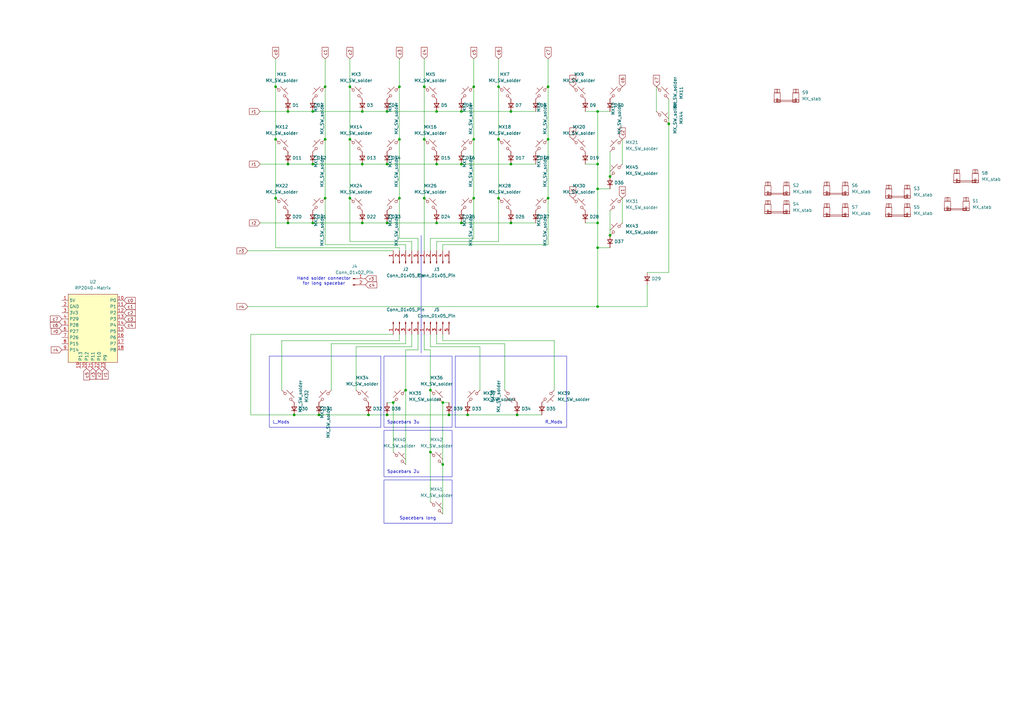
<source format=kicad_sch>
(kicad_sch (version 20231120) (generator "eeschema") (generator_version "8.0")
  (paper "A3")
  (lib_symbols
    (symbol "Connector:Conn_01x02_Pin" (pin_names (offset 1.016) hide)
      (property "Reference" "J" (at 0 2.54 0))
      (property "Value" "Conn_01x02_Pin" (at 0 -5.08 0))
      (symbol "Conn_01x02_Pin_1_1"
        (polyline (pts (xy 1.27 -2.54) (xy 0.8636 -2.54)) (stroke (width 0.1524)))
        (polyline (pts (xy 1.27 0) (xy 0.8636 0)) (stroke (width 0.1524)))
        (rectangle (start 0.8636 -2.413) (end 0 -2.667) (stroke (width 0.1524)) (fill (type outline)))
        (rectangle (start 0.8636 0.127) (end 0 -0.127) (stroke (width 0.1524)) (fill (type outline)))
        (pin passive line (at 5.08 0 180) (length 3.81) (name "Pin_1") (number "1"))
        (pin passive line (at 5.08 -2.54 180) (length 3.81) (name "Pin_2") (number "2"))
      )
    )
    (symbol "Connector:Conn_01x05_Pin" (pin_names (offset 1.016) hide)
      (property "Reference" "J" (at 0 7.62 0))
      (property "Value" "Conn_01x05_Pin" (at 0 -7.62 0))
      (symbol "Conn_01x05_Pin_1_1"
        (polyline (pts (xy 1.27 -5.08) (xy 0.8636 -5.08)) (stroke (width 0.1524)))
        (polyline (pts (xy 1.27 -2.54) (xy 0.8636 -2.54)) (stroke (width 0.1524)))
        (polyline (pts (xy 1.27 0) (xy 0.8636 0)) (stroke (width 0.1524)))
        (polyline (pts (xy 1.27 2.54) (xy 0.8636 2.54)) (stroke (width 0.1524)))
        (polyline (pts (xy 1.27 5.08) (xy 0.8636 5.08)) (stroke (width 0.1524)))
        (rectangle (start 0.8636 -4.953) (end 0 -5.207) (stroke (width 0.1524)) (fill (type outline)))
        (rectangle (start 0.8636 -2.413) (end 0 -2.667) (stroke (width 0.1524)) (fill (type outline)))
        (rectangle (start 0.8636 0.127) (end 0 -0.127) (stroke (width 0.1524)) (fill (type outline)))
        (rectangle (start 0.8636 2.667) (end 0 2.413) (stroke (width 0.1524)) (fill (type outline)))
        (rectangle (start 0.8636 5.207) (end 0 4.953) (stroke (width 0.1524)) (fill (type outline)))
        (pin passive line (at 5.08 5.08 180) (length 3.81) (name "Pin_1") (number "1"))
        (pin passive line (at 5.08 2.54 180) (length 3.81) (name "Pin_2") (number "2"))
        (pin passive line (at 5.08 0 180) (length 3.81) (name "Pin_3") (number "3"))
        (pin passive line (at 5.08 -2.54 180) (length 3.81) (name "Pin_4") (number "4"))
        (pin passive line (at 5.08 -5.08 180) (length 3.81) (name "Pin_5") (number "5"))
      )
    )
    (symbol "Device:D_Small" (pin_numbers hide) (pin_names (offset 0.254) hide)
      (property "Reference" "D" (at -1.27 2.032 0))
      (property "Value" "D_Small" (at -3.81 -2.032 0))
      (symbol "D_Small_0_1"
        (polyline (pts (xy -0.762 -1.016) (xy -0.762 1.016)) (stroke (width 0.254)))
        (polyline (pts (xy -0.762 0) (xy 0.762 0)))
        (polyline (pts (xy 0.762 -1.016) (xy -0.762 0) (xy 0.762 1.016) (xy 0.762 -1.016)) (stroke (width 0.254)))
      )
      (symbol "D_Small_1_1"
        (pin passive line (at -2.54 0 0) (length 1.778) (name "K") (number "1"))
        (pin passive line (at 2.54 0 180) (length 1.778) (name "A") (number "2"))
      )
    )
    (symbol "PCM_marbastlib-mx:MX_SW_solder" (pin_numbers hide) (pin_names (offset 1.016) hide)
      (property "Reference" "MX" (at 3.048 1.016 0))
      (property "Value" "MX_SW_solder" (at 0 -3.81 0))
      (symbol "MX_SW_solder_0_1"
        (circle (center -1.1684 1.1684) (radius 0.508))
        (polyline (pts (xy -0.508 2.54) (xy 2.54 -0.508)))
        (polyline (pts (xy 1.016 1.016) (xy 2.032 2.032)))
        (polyline (pts (xy -2.54 2.54) (xy -1.524 1.524) (xy -1.524 1.524)))
        (polyline (pts (xy 1.524 -1.524) (xy 2.54 -2.54) (xy 2.54 -2.54) (xy 2.54 -2.54)))
        (circle (center 1.143 -1.1938) (radius 0.508))
        (pin passive line (at -2.54 2.54 0) (length 0) (name "1") (number "1"))
        (pin passive line (at 2.54 -2.54 180) (length 0) (name "2") (number "2"))
      )
    )
    (symbol "PCM_marbastlib-mx:MX_stab" (pin_names (offset 1.016))
      (property "Reference" "S" (at -5.08 6.35 0))
      (property "Value" "MX_stab" (at -5.08 3.81 0))
      (symbol "MX_stab_0_1"
        (rectangle (start -5.08 -1.524) (end -2.54 -2.54))
        (rectangle (start -5.08 1.27) (end -2.54 -2.54))
        (rectangle (start -4.826 2.794) (end -2.794 1.27))
        (rectangle (start -4.064 -2.286) (end -3.556 -1.016))
        (rectangle (start -4.064 -1.778) (end 4.064 -2.286))
        (rectangle (start -4.064 1.27) (end -3.556 2.794))
        (rectangle (start 2.54 -1.524) (end 5.08 -2.54))
        (rectangle (start 2.54 1.27) (end 5.08 -2.54))
        (rectangle (start 2.794 2.794) (end 4.826 1.27))
        (rectangle (start 3.556 1.27) (end 4.064 2.794))
        (rectangle (start 4.064 -2.286) (end 3.556 -1.016))
      )
    )
    (symbol "PCM_marbastlib-promicroish:RP2040-Matrix" (in_bom no)
      (property "Reference" "U" (at 0 20.574 0))
      (property "Value" "RP2040-Matrix" (at 0 18.034 0))
      (symbol "RP2040-Matrix_0_0"
        (pin bidirectional line (at 12.7 13.97 180) (length 2.54) (name "P0") (number "10"))
        (pin bidirectional line (at 12.7 11.43 180) (length 2.54) (name "P1") (number "11"))
        (pin bidirectional line (at 12.7 8.89 180) (length 2.54) (name "P2") (number "12"))
        (pin power_out line (at 12.7 3.81 180) (length 2.54) (name "P4") (number "14"))
        (pin bidirectional line (at 12.7 1.27 180) (length 2.54) (name "P5") (number "15"))
        (pin bidirectional line (at 12.7 -3.81 180) (length 2.54) (name "P7") (number "17"))
        (pin bidirectional line (at 12.7 -6.35 180) (length 2.54) (name "P8") (number "18"))
        (pin bidirectional line (at -5.08 -13.97 90) (length 2.54) (name "P13") (number "19"))
        (pin bidirectional line (at -2.54 -13.97 90) (length 2.54) (name "P12") (number "20"))
        (pin bidirectional line (at 0 -13.97 90) (length 2.54) (name "P11") (number "21"))
        (pin bidirectional line (at 2.54 -13.97 90) (length 2.54) (name "P10") (number "22"))
        (pin bidirectional line (at 5.08 -13.97 90) (length 2.54) (name "P9") (number "23"))
        (pin bidirectional line (at -12.7 3.81 0) (length 2.54) (name "P28") (number "5"))
        (pin bidirectional line (at -12.7 1.27 0) (length 2.54) (name "P27") (number "6"))
        (pin bidirectional line (at -12.7 -1.27 0) (length 2.54) (name "P26") (number "7"))
        (pin bidirectional line (at -12.7 -3.81 0) (length 2.54) (name "P15") (number "8"))
      )
      (symbol "RP2040-Matrix_1_0"
        (pin power_out line (at -12.7 13.97 0) (length 2.54) (name "5V") (number "1"))
        (pin bidirectional line (at 12.7 6.35 180) (length 2.54) (name "P3") (number "13"))
        (pin power_out line (at 12.7 -1.27 180) (length 2.54) (name "P6") (number "16"))
        (pin power_out line (at -12.7 11.43 0) (length 2.54) (name "GND") (number "2"))
        (pin power_out line (at -12.7 8.89 0) (length 2.54) (name "3V3") (number "3"))
        (pin bidirectional line (at -12.7 6.35 0) (length 2.54) (name "P29") (number "4"))
        (pin bidirectional line (at -12.7 -6.35 0) (length 2.54) (name "P14") (number "9"))
      )
      (symbol "RP2040-Matrix_1_1"
        (rectangle (start -10.16 16.51) (end 10.16 -11.43) (fill (type background)))
      )
    )
  )
  (junction (at 189.23 91.44))
  (junction (at 209.55 45.72))
  (junction (at 128.27 91.44))
  (junction (at 163.83 81.28))
  (junction (at 224.79 57.15))
  (junction (at 245.11 77.47))
  (junction (at 245.11 67.31))
  (junction (at 143.51 81.28))
  (junction (at 191.77 170.18))
  (junction (at 245.11 91.44))
  (junction (at 204.47 35.56))
  (junction (at 245.11 125.73))
  (junction (at 148.59 45.72))
  (junction (at 158.75 91.44))
  (junction (at 113.03 81.28))
  (junction (at 161.29 165.1))
  (junction (at 163.83 57.15))
  (junction (at 128.27 45.72))
  (junction (at 113.03 57.15))
  (junction (at 179.07 91.44))
  (junction (at 181.61 165.1))
  (junction (at 212.09 170.18))
  (junction (at 194.31 35.56))
  (junction (at 184.15 170.18))
  (junction (at 128.27 67.31))
  (junction (at 274.32 50.8))
  (junction (at 166.37 160.02))
  (junction (at 176.53 160.02))
  (junction (at 209.55 67.31))
  (junction (at 179.07 45.72))
  (junction (at 245.11 101.6))
  (junction (at 143.51 57.15))
  (junction (at 148.59 91.44))
  (junction (at 245.11 45.72))
  (junction (at 163.83 35.56))
  (junction (at 158.75 67.31))
  (junction (at 118.11 91.44))
  (junction (at 181.61 190.5))
  (junction (at 209.55 91.44))
  (junction (at 250.19 96.52))
  (junction (at 158.75 45.72))
  (junction (at 133.35 35.56))
  (junction (at 118.11 67.31))
  (junction (at 133.35 57.15))
  (junction (at 194.31 57.15))
  (junction (at 130.81 170.18))
  (junction (at 189.23 67.31))
  (junction (at 179.07 67.31))
  (junction (at 176.53 185.42))
  (junction (at 250.19 72.39))
  (junction (at 224.79 81.28))
  (junction (at 224.79 35.56))
  (junction (at 143.51 35.56))
  (junction (at 118.11 45.72))
  (junction (at 148.59 67.31))
  (junction (at 204.47 81.28))
  (junction (at 120.65 170.18))
  (junction (at 173.99 57.15))
  (junction (at 189.23 45.72))
  (junction (at 151.13 170.18))
  (junction (at 173.99 81.28))
  (junction (at 133.35 81.28))
  (junction (at 204.47 57.15))
  (junction (at 173.99 35.56))
  (junction (at 194.31 81.28))
  (junction (at 158.75 170.18))
  (junction (at 113.03 35.56))
  (wire (pts (xy 148.59 45.72) (xy 158.75 45.72)))
  (wire (pts (xy 102.87 137.16) (xy 102.87 170.18)))
  (wire (pts (xy 135.89 140.97) (xy 166.37 140.97)))
  (wire (pts (xy 245.11 77.47) (xy 245.11 91.44)))
  (wire (pts (xy 163.83 81.28) (xy 163.83 97.79)))
  (wire (pts (xy 176.53 143.51) (xy 173.99 143.51)))
  (wire (pts (xy 250.19 62.23) (xy 250.19 72.39)))
  (wire (pts (xy 209.55 67.31) (xy 219.71 67.31)))
  (wire (pts (xy 173.99 35.56) (xy 173.99 57.15)))
  (wire (pts (xy 179.07 91.44) (xy 189.23 91.44)))
  (wire (pts (xy 163.83 35.56) (xy 163.83 57.15)))
  (wire (pts (xy 176.53 137.16) (xy 176.53 142.24)))
  (wire (pts (xy 106.68 67.31) (xy 118.11 67.31)))
  (wire (pts (xy 245.11 67.31) (xy 245.11 77.47)))
  (wire (pts (xy 163.83 137.16) (xy 163.83 139.7)))
  (wire (pts (xy 166.37 143.51) (xy 171.45 143.51)))
  (wire (pts (xy 196.85 142.24) (xy 196.85 160.02)))
  (wire (pts (xy 143.51 24.13) (xy 143.51 35.56)))
  (wire (pts (xy 181.61 190.5) (xy 181.61 210.82)))
  (wire (pts (xy 106.68 45.72) (xy 118.11 45.72)))
  (wire (pts (xy 179.07 45.72) (xy 189.23 45.72)))
  (wire (pts (xy 181.61 100.33) (xy 224.79 100.33)))
  (wire (pts (xy 194.31 57.15) (xy 194.31 81.28)))
  (wire (pts (xy 176.53 185.42) (xy 176.53 205.74)))
  (wire (pts (xy 158.75 45.72) (xy 179.07 45.72)))
  (wire (pts (xy 265.43 116.84) (xy 265.43 125.73)))
  (wire (pts (xy 148.59 67.31) (xy 158.75 67.31)))
  (wire (pts (xy 207.01 140.97) (xy 179.07 140.97)))
  (wire (pts (xy 113.03 57.15) (xy 113.03 81.28)))
  (wire (pts (xy 209.55 45.72) (xy 219.71 45.72)))
  (wire (pts (xy 224.79 24.13) (xy 224.79 35.56)))
  (wire (pts (xy 207.01 160.02) (xy 207.01 140.97)))
  (wire (pts (xy 128.27 67.31) (xy 148.59 67.31)))
  (wire (pts (xy 245.11 45.72) (xy 245.11 67.31)))
  (wire (pts (xy 163.83 97.79) (xy 171.45 97.79)))
  (wire (pts (xy 194.31 24.13) (xy 194.31 35.56)))
  (wire (pts (xy 181.61 139.7) (xy 227.33 139.7)))
  (wire (pts (xy 184.15 170.18) (xy 158.75 170.18)))
  (wire (pts (xy 274.32 40.64) (xy 274.32 50.8)))
  (wire (pts (xy 148.59 91.44) (xy 158.75 91.44)))
  (wire (pts (xy 101.6 102.87) (xy 161.29 102.87)))
  (wire (pts (xy 163.83 57.15) (xy 163.83 81.28)))
  (wire (pts (xy 133.35 35.56) (xy 133.35 57.15)))
  (wire (pts (xy 189.23 45.72) (xy 209.55 45.72)))
  (wire (pts (xy 168.91 142.24) (xy 146.05 142.24)))
  (wire (pts (xy 166.37 100.33) (xy 166.37 102.87)))
  (wire (pts (xy 227.33 139.7) (xy 227.33 160.02)))
  (wire (pts (xy 212.09 170.18) (xy 191.77 170.18)))
  (wire (pts (xy 179.07 67.31) (xy 189.23 67.31)))
  (wire (pts (xy 166.37 140.97) (xy 166.37 137.16)))
  (wire (pts (xy 194.31 81.28) (xy 194.31 97.79)))
  (wire (pts (xy 179.07 99.06) (xy 204.47 99.06)))
  (wire (pts (xy 245.11 125.73) (xy 101.6 125.73)))
  (wire (pts (xy 181.61 165.1) (xy 181.61 190.5)))
  (wire (pts (xy 118.11 91.44) (xy 128.27 91.44)))
  (wire (pts (xy 143.51 81.28) (xy 143.51 99.06)))
  (wire (pts (xy 189.23 91.44) (xy 209.55 91.44)))
  (wire (pts (xy 184.15 165.1) (xy 181.61 165.1)))
  (wire (pts (xy 265.43 111.76) (xy 274.32 111.76)))
  (wire (pts (xy 158.75 165.1) (xy 161.29 165.1)))
  (wire (pts (xy 176.53 142.24) (xy 196.85 142.24)))
  (wire (pts (xy 168.91 99.06) (xy 168.91 102.87)))
  (wire (pts (xy 189.23 67.31) (xy 209.55 67.31)))
  (wire (pts (xy 240.03 67.31) (xy 245.11 67.31)))
  (wire (pts (xy 146.05 142.24) (xy 146.05 160.02)))
  (wire (pts (xy 166.37 160.02) (xy 166.37 143.51)))
  (wire (pts (xy 151.13 170.18) (xy 130.81 170.18)))
  (wire (pts (xy 191.77 170.18) (xy 184.15 170.18)))
  (wire (pts (xy 245.11 91.44) (xy 245.11 101.6)))
  (wire (pts (xy 176.53 97.79) (xy 176.53 102.87)))
  (wire (pts (xy 265.43 125.73) (xy 245.11 125.73)))
  (wire (pts (xy 163.83 24.13) (xy 163.83 35.56)))
  (wire (pts (xy 181.61 102.87) (xy 181.61 100.33)))
  (wire (pts (xy 274.32 50.8) (xy 274.32 111.76)))
  (wire (pts (xy 250.19 86.36) (xy 250.19 96.52)))
  (wire (pts (xy 166.37 160.02) (xy 166.37 190.5)))
  (wire (pts (xy 250.19 45.72) (xy 245.11 45.72)))
  (wire (pts (xy 173.99 24.13) (xy 173.99 35.56)))
  (wire (pts (xy 143.51 57.15) (xy 143.51 81.28)))
  (wire (pts (xy 176.53 160.02) (xy 176.53 185.42)))
  (wire (pts (xy 269.24 35.56) (xy 269.24 45.72)))
  (wire (pts (xy 133.35 24.13) (xy 133.35 35.56)))
  (wire (pts (xy 173.99 57.15) (xy 173.99 81.28)))
  (wire (pts (xy 133.35 100.33) (xy 166.37 100.33)))
  (wire (pts (xy 250.19 101.6) (xy 245.11 101.6)))
  (wire (pts (xy 194.31 35.56) (xy 194.31 57.15)))
  (wire (pts (xy 118.11 45.72) (xy 128.27 45.72)))
  (wire (pts (xy 113.03 35.56) (xy 113.03 57.15)))
  (wire (pts (xy 209.55 91.44) (xy 219.71 91.44)))
  (wire (pts (xy 133.35 57.15) (xy 133.35 81.28)))
  (wire (pts (xy 135.89 160.02) (xy 135.89 140.97)))
  (wire (pts (xy 179.07 140.97) (xy 179.07 137.16)))
  (wire (pts (xy 250.19 77.47) (xy 245.11 77.47)))
  (wire (pts (xy 204.47 57.15) (xy 204.47 81.28)))
  (wire (pts (xy 161.29 165.1) (xy 161.29 185.42)))
  (wire (pts (xy 168.91 137.16) (xy 168.91 142.24)))
  (wire (pts (xy 163.83 101.6) (xy 163.83 102.87)))
  (wire (pts (xy 120.65 170.18) (xy 102.87 170.18)))
  (wire (pts (xy 255.27 57.15) (xy 255.27 67.31)))
  (wire (pts (xy 224.79 81.28) (xy 224.79 100.33)))
  (wire (pts (xy 158.75 67.31) (xy 179.07 67.31)))
  (wire (pts (xy 130.81 170.18) (xy 120.65 170.18)))
  (wire (pts (xy 240.03 45.72) (xy 245.11 45.72)))
  (wire (pts (xy 106.68 91.44) (xy 118.11 91.44)))
  (wire (pts (xy 179.07 102.87) (xy 179.07 99.06)))
  (wire (pts (xy 176.53 160.02) (xy 176.53 143.51)))
  (wire (pts (xy 224.79 57.15) (xy 224.79 81.28)))
  (wire (pts (xy 194.31 97.79) (xy 176.53 97.79)))
  (wire (pts (xy 224.79 35.56) (xy 224.79 57.15)))
  (wire (pts (xy 204.47 99.06) (xy 204.47 81.28)))
  (wire (pts (xy 158.75 91.44) (xy 179.07 91.44)))
  (wire (pts (xy 102.87 137.16) (xy 161.29 137.16)))
  (wire (pts (xy 222.25 170.18) (xy 212.09 170.18)))
  (wire (pts (xy 245.11 101.6) (xy 245.11 125.73)))
  (wire (pts (xy 171.45 97.79) (xy 171.45 102.87)))
  (wire (pts (xy 115.57 139.7) (xy 115.57 160.02)))
  (wire (pts (xy 171.45 143.51) (xy 171.45 137.16)))
  (wire (pts (xy 128.27 45.72) (xy 148.59 45.72)))
  (wire (pts (xy 143.51 99.06) (xy 168.91 99.06)))
  (wire (pts (xy 143.51 35.56) (xy 143.51 57.15)))
  (wire (pts (xy 128.27 91.44) (xy 148.59 91.44)))
  (wire (pts (xy 204.47 35.56) (xy 204.47 57.15)))
  (wire (pts (xy 158.75 170.18) (xy 151.13 170.18)))
  (wire (pts (xy 113.03 101.6) (xy 163.83 101.6)))
  (wire (pts (xy 204.47 24.13) (xy 204.47 35.56)))
  (wire (pts (xy 255.27 81.28) (xy 255.27 91.44)))
  (wire (pts (xy 113.03 81.28) (xy 113.03 101.6)))
  (wire (pts (xy 163.83 139.7) (xy 115.57 139.7)))
  (wire (pts (xy 173.99 143.51) (xy 173.99 137.16)))
  (wire (pts (xy 118.11 67.31) (xy 128.27 67.31)))
  (wire (pts (xy 173.99 81.28) (xy 173.99 102.87)))
  (wire (pts (xy 133.35 81.28) (xy 133.35 100.33)))
  (wire (pts (xy 113.03 24.13) (xy 113.03 35.56)))
  (polyline (pts (xy 172.72 96.52) (xy 172.72 144.78)))
  (wire (pts (xy 181.61 137.16) (xy 181.61 139.7)))
  (wire (pts (xy 240.03 91.44) (xy 245.11 91.44)))
  (rectangle (start 157.48 146.05) (end 185.42 175.26))
  (rectangle (start 157.48 176.53) (end 185.42 195.58))
  (rectangle (start 157.48 196.85) (end 185.42 214.63))
  (rectangle (start 186.69 146.05) (end 232.41 175.26))
  (rectangle (start 110.49 146.05) (end 156.21 175.26))
  (text "Hand solder connector\nfor long spacebar\n" (at 132.842 115.316 0) (effects (font (size 1.27 1.27))))
  (text "L_Mods" (at 111.76 173.99 0) (effects (font (size 1.27 1.27)) (justify left bottom)))
  (text "R_Mods" (at 223.52 173.99 0) (effects (font (size 1.27 1.27)) (justify left bottom)))
  (text "Spacebars 2u" (at 158.75 194.31 0) (effects (font (size 1.27 1.27)) (justify left bottom)))
  (text "Spacebars 3u" (at 158.75 173.99 0) (effects (font (size 1.27 1.27)) (justify left bottom)))
  (text "Spacebars long" (at 163.83 213.36 0) (effects (font (size 1.27 1.27)) (justify left bottom)))
  (global_label "c3" (shape input) (at 50.8 130.81 0) (property "Intersheetrefs" "${INTERSHEET_REFS}" (effects (hide yes))))
  (global_label "c7" (shape input) (at 25.4 130.81 180) (property "Intersheetrefs" "${INTERSHEET_REFS}" (effects (hide yes))))
  (global_label "c6" (shape input) (at 204.47 24.13 90) (property "Intersheetrefs" "${INTERSHEET_REFS}" (effects (hide yes))))
  (global_label "c1" (shape input) (at 50.8 125.73 0) (property "Intersheetrefs" "${INTERSHEET_REFS}" (effects (hide yes))))
  (global_label "c4" (shape input) (at 50.8 133.35 0) (property "Intersheetrefs" "${INTERSHEET_REFS}" (effects (hide yes))))
  (global_label "r3" (shape input) (at 38.1 151.13 270) (property "Intersheetrefs" "${INTERSHEET_REFS}" (effects (hide yes))))
  (global_label "c2" (shape input) (at 143.51 24.13 90) (property "Intersheetrefs" "${INTERSHEET_REFS}" (effects (hide yes))))
  (global_label "c7" (shape input) (at 224.79 24.13 90) (property "Intersheetrefs" "${INTERSHEET_REFS}" (effects (hide yes))))
  (global_label "r2" (shape input) (at 106.68 91.44 180) (property "Intersheetrefs" "${INTERSHEET_REFS}" (effects (hide yes))))
  (global_label "r2" (shape input) (at 40.64 151.13 270) (property "Intersheetrefs" "${INTERSHEET_REFS}" (effects (hide yes))))
  (global_label "c5" (shape input) (at 194.31 24.13 90) (property "Intersheetrefs" "${INTERSHEET_REFS}" (effects (hide yes))))
  (global_label "c1" (shape input) (at 133.35 24.13 90) (property "Intersheetrefs" "${INTERSHEET_REFS}" (effects (hide yes))))
  (global_label "r1" (shape input) (at 43.18 151.13 270) (property "Intersheetrefs" "${INTERSHEET_REFS}" (effects (hide yes))))
  (global_label "c3" (shape input) (at 163.83 24.13 90) (property "Intersheetrefs" "${INTERSHEET_REFS}" (effects (hide yes))))
  (global_label "c7" (shape input) (at 269.24 35.56 90) (property "Intersheetrefs" "${INTERSHEET_REFS}" (effects (hide yes))))
  (global_label "c0" (shape input) (at 50.8 123.19 0) (property "Intersheetrefs" "${INTERSHEET_REFS}" (effects (hide yes))))
  (global_label "c3" (shape input) (at 234.95 81.28 90) (property "Intersheetrefs" "${INTERSHEET_REFS}" (effects (hide yes))))
  (global_label "c4" (shape input) (at 173.99 24.13 90) (property "Intersheetrefs" "${INTERSHEET_REFS}" (effects (hide yes))))
  (global_label "r1" (shape input) (at 106.68 45.72 180) (property "Intersheetrefs" "${INTERSHEET_REFS}" (effects (hide yes))))
  (global_label "r4" (shape input) (at 25.4 143.51 180) (property "Intersheetrefs" "${INTERSHEET_REFS}" (effects (hide yes))))
  (global_label "r0" (shape input) (at 25.4 135.89 180) (property "Intersheetrefs" "${INTERSHEET_REFS}" (effects (hide yes))))
  (global_label "c6" (shape input) (at 25.4 133.35 180) (property "Intersheetrefs" "${INTERSHEET_REFS}" (effects (hide yes))))
  (global_label "c0" (shape input) (at 113.03 24.13 90) (property "Intersheetrefs" "${INTERSHEET_REFS}" (effects (hide yes))))
  (global_label "r4" (shape input) (at 101.6 125.73 180) (property "Intersheetrefs" "${INTERSHEET_REFS}" (effects (hide yes))))
  (global_label "c4" (shape input) (at 149.86 116.84 0) (property "Intersheetrefs" "${INTERSHEET_REFS}" (effects (hide yes))))
  (global_label "c6" (shape input) (at 255.27 35.56 90) (property "Intersheetrefs" "${INTERSHEET_REFS}" (effects (hide yes))))
  (global_label "c1" (shape input) (at 255.27 81.28 90) (property "Intersheetrefs" "${INTERSHEET_REFS}" (effects (hide yes))))
  (global_label "c2" (shape input) (at 50.8 128.27 0) (property "Intersheetrefs" "${INTERSHEET_REFS}" (effects (hide yes))))
  (global_label "r3" (shape input) (at 149.86 114.3 0) (property "Intersheetrefs" "${INTERSHEET_REFS}" (effects (hide yes))))
  (global_label "c5" (shape input) (at 234.95 35.56 90) (property "Intersheetrefs" "${INTERSHEET_REFS}" (effects (hide yes))))
  (global_label "r1" (shape input) (at 106.68 67.31 180) (property "Intersheetrefs" "${INTERSHEET_REFS}" (effects (hide yes))))
  (global_label "c4" (shape input) (at 234.95 57.15 90) (property "Intersheetrefs" "${INTERSHEET_REFS}" (effects (hide yes))))
  (global_label "c5" (shape input) (at 35.56 151.13 270) (property "Intersheetrefs" "${INTERSHEET_REFS}" (effects (hide yes))))
  (global_label "r3" (shape input) (at 101.6 102.87 180) (property "Intersheetrefs" "${INTERSHEET_REFS}" (effects (hide yes))))
  (global_label "c2" (shape input) (at 255.27 57.15 90) (property "Intersheetrefs" "${INTERSHEET_REFS}" (effects (hide yes))))
  (symbol (lib_id "Device:D_Small") (at 148.59 88.9 90) (unit 1)
    (property "Reference" "D22" (at 150.368 88.9 90) (effects (justify right)))
    (property "Value" "1n4148" (effects (hide yes)))
    (property "Footprint" "footprints:Diode-dual" (effects (hide yes)))
    (property "Description" "Diode, small symbol" (effects (hide yes)))
    (property "Sim.Device" "D" (effects (hide yes)))
    (property "Sim.Pins" "1=K 2=A" (effects (hide yes)))
  )
  (symbol (lib_id "Connector:Conn_01x05_Pin") (at 179.07 107.95 90) (unit 1)
    (property "Reference" "J3" (at 179.07 110.49 90))
    (property "Value" "Conn_01x05_Pin" (at 179.07 113.03 90))
    (property "Footprint" "Connector_PinHeader_2.54mm:PinHeader_1x05_P2.54mm_Vertical" (effects (hide yes)))
    (property "Description" "Generic connector, single row, 01x05, script generated" (effects (hide yes)))
  )
  (symbol (lib_id "PCM_marbastlib-mx:MX_SW_solder") (at 115.57 83.82 0) (unit 1)
    (property "Reference" "MX22" (at 115.57 76.2 0))
    (property "Value" "MX_SW_solder" (at 115.57 78.74 0))
    (property "Footprint" "PCM_marbastlib-mx:SW_MX_1.75u" (effects (hide yes)))
  )
  (symbol (lib_id "PCM_marbastlib-mx:MX_stab") (at 368.3 86.36 0) (unit 1)
    (property "Reference" "S5" (at 374.65 84.963 0) (effects (justify left)))
    (property "Value" "MX_stab" (at 374.65 87.503 0) (effects (justify left)))
    (property "Footprint" "PCM_marbastlib-mx:STAB_MX_2u" (effects (hide yes)))
  )
  (symbol (lib_id "Device:D_Small") (at 158.75 64.77 90) (unit 1)
    (property "Reference" "D14" (at 160.528 64.77 90) (effects (justify right)))
    (property "Value" "1n4148" (effects (hide yes)))
    (property "Footprint" "footprints:Diode-dual" (effects (hide yes)))
    (property "Description" "Diode, small symbol" (effects (hide yes)))
    (property "Sim.Device" "D" (effects (hide yes)))
    (property "Sim.Pins" "1=K 2=A" (effects (hide yes)))
  )
  (symbol (lib_id "Device:D_Small") (at 151.13 167.64 90) (unit 1)
    (property "Reference" "D32" (at 152.908 167.64 90) (effects (justify right)))
    (property "Value" "1n4148" (effects (hide yes)))
    (property "Footprint" "footprints:Diode-dual" (effects (hide yes)))
    (property "Description" "Diode, small symbol" (effects (hide yes)))
    (property "Sim.Device" "D" (effects (hide yes)))
    (property "Sim.Pins" "1=K 2=A" (effects (hide yes)))
  )
  (symbol (lib_id "Device:D_Small") (at 189.23 88.9 90) (unit 1)
    (property "Reference" "D25" (at 191.008 88.9 90) (effects (justify right)))
    (property "Value" "1n4148" (effects (hide yes)))
    (property "Footprint" "footprints:Diode-dual" (effects (hide yes)))
    (property "Description" "Diode, small symbol" (effects (hide yes)))
    (property "Sim.Device" "D" (effects (hide yes)))
    (property "Sim.Pins" "1=K 2=A" (effects (hide yes)))
  )
  (symbol (lib_id "PCM_marbastlib-mx:MX_SW_solder") (at 252.73 93.98 90) (unit 1)
    (property "Reference" "MX43" (at 256.54 92.71 90) (effects (justify right)))
    (property "Value" "MX_SW_solder" (at 256.54 95.25 90) (effects (justify right)))
    (property "Footprint" "PCM_marbastlib-mx:SW_MX_1u" (effects (hide yes)))
  )
  (symbol (lib_id "Device:D_Small") (at 118.11 88.9 90) (unit 1)
    (property "Reference" "D20" (at 119.888 88.9 90) (effects (justify right)))
    (property "Value" "1n4148" (effects (hide yes)))
    (property "Footprint" "footprints:Diode-dual" (effects (hide yes)))
    (property "Description" "Diode, small symbol" (effects (hide yes)))
    (property "Sim.Device" "D" (effects (hide yes)))
    (property "Sim.Pins" "1=K 2=A" (effects (hide yes)))
  )
  (symbol (lib_id "PCM_marbastlib-mx:MX_SW_solder") (at 163.83 162.56 90) (unit 1)
    (property "Reference" "MX35" (at 167.64 161.29 90) (effects (justify right)))
    (property "Value" "MX_SW_solder" (at 167.64 163.83 90) (effects (justify right)))
    (property "Footprint" "PCM_marbastlib-mx:SW_MX_1u" (effects (hide yes)))
  )
  (symbol (lib_id "PCM_marbastlib-mx:MX_SW_solder") (at 271.78 48.26 270) (mirror x) (unit 1)
    (property "Reference" "MX44" (at 279.4 48.26 0))
    (property "Value" "MX_SW_solder" (at 276.86 48.26 0))
    (property "Footprint" "PCM_marbastlib-mx:SW_MX_1.5u" (effects (hide yes)))
  )
  (symbol (lib_id "PCM_marbastlib-mx:MX_SW_solder") (at 237.49 83.82 0) (unit 1)
    (property "Reference" "MX30" (at 237.49 76.2 0))
    (property "Value" "MX_SW_solder" (at 237.49 78.74 0))
    (property "Footprint" "PCM_marbastlib-mx:SW_MX_1u" (effects (hide yes)))
  )
  (symbol (lib_id "PCM_marbastlib-mx:MX_SW_solder") (at 252.73 38.1 0) (mirror y) (unit 1)
    (property "Reference" "MX10" (at 251.46 41.91 90) (effects (justify right)))
    (property "Value" "MX_SW_solder" (at 254 41.91 90) (effects (justify right)))
    (property "Footprint" "PCM_marbastlib-mx:SW_MX_1u" (effects (hide yes)))
  )
  (symbol (lib_id "PCM_marbastlib-mx:MX_SW_solder") (at 222.25 38.1 0) (mirror y) (unit 1)
    (property "Reference" "MX8" (at 220.98 41.91 90) (effects (justify right)))
    (property "Value" "MX_SW_solder" (at 223.52 41.91 90) (effects (justify right)))
    (property "Footprint" "PCM_marbastlib-mx:SW_MX_1u" (effects (hide yes)))
  )
  (symbol (lib_id "Device:D_Small") (at 250.19 99.06 90) (unit 1)
    (property "Reference" "D37" (at 251.968 99.06 90) (effects (justify right)))
    (property "Value" "1n4148" (effects (hide yes)))
    (property "Footprint" "footprints:Diode-dual" (effects (hide yes)))
    (property "Description" "Diode, small symbol" (effects (hide yes)))
    (property "Sim.Device" "D" (effects (hide yes)))
    (property "Sim.Pins" "1=K 2=A" (effects (hide yes)))
  )
  (symbol (lib_id "PCM_marbastlib-promicroish:RP2040-Matrix") (at 38.1 137.16 0) (unit 1) (in_bom no)
    (property "Reference" "U2" (at 38.1 115.57 0))
    (property "Value" "RP2040-Matrix" (at 38.1 118.11 0))
    (property "Footprint" "PCM_marbastlib-xp-promicroish:RP2040-Matrix_AH" (effects (hide yes)))
    (property "Datasheet" "https://www.waveshare.com/rp2040-matrix.htm" (effects (hide yes)))
    (property "Description" "Symbol for a Waveshare RP2040-Matrix" (effects (hide yes)))
  )
  (symbol (lib_id "Device:D_Small") (at 128.27 64.77 90) (unit 1)
    (property "Reference" "D12" (at 130.048 64.77 90) (effects (justify right)))
    (property "Value" "1n4148" (effects (hide yes)))
    (property "Footprint" "footprints:Diode-dual" (effects (hide yes)))
    (property "Description" "Diode, small symbol" (effects (hide yes)))
    (property "Sim.Device" "D" (effects (hide yes)))
    (property "Sim.Pins" "1=K 2=A" (effects (hide yes)))
  )
  (symbol (lib_id "PCM_marbastlib-mx:MX_SW_solder") (at 207.01 59.69 0) (unit 1)
    (property "Reference" "MX18" (at 207.01 52.07 0))
    (property "Value" "MX_SW_solder" (at 207.01 54.61 0))
    (property "Footprint" "PCM_marbastlib-mx:SW_MX_1u" (effects (hide yes)))
  )
  (symbol (lib_id "Device:D_Small") (at 158.75 43.18 90) (unit 1)
    (property "Reference" "D4" (at 160.528 43.18 90) (effects (justify right)))
    (property "Value" "1n4148" (effects (hide yes)))
    (property "Footprint" "footprints:Diode-dual" (effects (hide yes)))
    (property "Description" "Diode, small symbol" (effects (hide yes)))
    (property "Sim.Device" "D" (effects (hide yes)))
    (property "Sim.Pins" "1=K 2=A" (effects (hide yes)))
  )
  (symbol (lib_id "Device:D_Small") (at 209.55 88.9 90) (unit 1)
    (property "Reference" "D26" (at 211.328 88.9 90) (effects (justify right)))
    (property "Value" "1n4148" (effects (hide yes)))
    (property "Footprint" "footprints:Diode-dual" (effects (hide yes)))
    (property "Description" "Diode, small symbol" (effects (hide yes)))
    (property "Sim.Device" "D" (effects (hide yes)))
    (property "Sim.Pins" "1=K 2=A" (effects (hide yes)))
  )
  (symbol (lib_id "Device:D_Small") (at 148.59 64.77 90) (unit 1)
    (property "Reference" "D13" (at 150.368 64.77 90) (effects (justify right)))
    (property "Value" "1n4148" (effects (hide yes)))
    (property "Footprint" "footprints:Diode-dual" (effects (hide yes)))
    (property "Description" "Diode, small symbol" (effects (hide yes)))
    (property "Sim.Device" "D" (effects (hide yes)))
    (property "Sim.Pins" "1=K 2=A" (effects (hide yes)))
  )
  (symbol (lib_id "PCM_marbastlib-mx:MX_SW_solder") (at 207.01 83.82 0) (unit 1)
    (property "Reference" "MX28" (at 207.01 76.2 0))
    (property "Value" "MX_SW_solder" (at 207.01 78.74 0))
    (property "Footprint" "PCM_marbastlib-mx:SW_MX_1u" (effects (hide yes)))
  )
  (symbol (lib_id "Connector:Conn_01x05_Pin") (at 166.37 107.95 90) (unit 1)
    (property "Reference" "J2" (at 166.37 110.49 90))
    (property "Value" "Conn_01x05_Pin" (at 166.37 113.03 90))
    (property "Footprint" "Connector_PinHeader_2.54mm:PinHeader_1x05_P2.54mm_Vertical" (effects (hide yes)))
    (property "Description" "Generic connector, single row, 01x05, script generated" (effects (hide yes)))
  )
  (symbol (lib_id "PCM_marbastlib-mx:MX_SW_solder") (at 130.81 59.69 0) (mirror y) (unit 1)
    (property "Reference" "MX13" (at 129.54 63.5 90) (effects (justify right)))
    (property "Value" "MX_SW_solder" (at 132.08 63.5 90) (effects (justify right)))
    (property "Footprint" "PCM_marbastlib-mx:SW_MX_1u" (effects (hide yes)))
  )
  (symbol (lib_id "Device:D_Small") (at 158.75 167.64 90) (unit 1)
    (property "Reference" "D38" (at 160.528 167.64 90) (effects (justify right)))
    (property "Value" "1n4148" (effects (hide yes)))
    (property "Footprint" "footprints:Diode-dual" (effects (hide yes)))
    (property "Description" "Diode, small symbol" (effects (hide yes)))
    (property "Sim.Device" "D" (effects (hide yes)))
    (property "Sim.Pins" "1=K 2=A" (effects (hide yes)))
  )
  (symbol (lib_id "Device:D_Small") (at 148.59 43.18 90) (unit 1)
    (property "Reference" "D3" (at 150.368 43.18 90) (effects (justify right)))
    (property "Value" "1n4148" (effects (hide yes)))
    (property "Footprint" "footprints:Diode-dual" (effects (hide yes)))
    (property "Description" "Diode, small symbol" (effects (hide yes)))
    (property "Sim.Device" "D" (effects (hide yes)))
    (property "Sim.Pins" "1=K 2=A" (effects (hide yes)))
  )
  (symbol (lib_id "PCM_marbastlib-mx:MX_SW_solder") (at 207.01 38.1 0) (unit 1)
    (property "Reference" "MX7" (at 207.01 30.48 0))
    (property "Value" "MX_SW_solder" (at 207.01 33.02 0))
    (property "Footprint" "PCM_marbastlib-mx:SW_MX_1u" (effects (hide yes)))
  )
  (symbol (lib_id "PCM_marbastlib-mx:MX_SW_solder") (at 161.29 59.69 0) (mirror y) (unit 1)
    (property "Reference" "MX15" (at 160.02 63.5 90) (effects (justify right)))
    (property "Value" "MX_SW_solder" (at 162.56 63.5 90) (effects (justify right)))
    (property "Footprint" "PCM_marbastlib-mx:SW_MX_1u" (effects (hide yes)))
  )
  (symbol (lib_id "PCM_marbastlib-mx:MX_SW_solder") (at 237.49 38.1 0) (unit 1)
    (property "Reference" "MX9" (at 237.49 30.48 0))
    (property "Value" "MX_SW_solder" (at 237.49 33.02 0))
    (property "Footprint" "PCM_marbastlib-mx:SW_MX_1u" (effects (hide yes)))
  )
  (symbol (lib_id "PCM_marbastlib-mx:MX_stab") (at 322.58 39.37 0) (unit 1)
    (property "Reference" "S9" (at 328.93 37.9729 0) (effects (justify left)))
    (property "Value" "MX_stab" (at 328.93 40.5129 0) (effects (justify left)))
    (property "Footprint" "PCM_marbastlib-mx:STAB_MX_P_ISO" (effects (hide yes)))
    (property "Description" "Cherry MX-style stabilizer" (effects (hide yes)))
  )
  (symbol (lib_id "PCM_marbastlib-mx:MX_SW_solder") (at 176.53 83.82 0) (unit 1)
    (property "Reference" "MX26" (at 176.53 76.2 0))
    (property "Value" "MX_SW_solder" (at 176.53 78.74 0))
    (property "Footprint" "PCM_marbastlib-mx:SW_MX_1u" (effects (hide yes)))
  )
  (symbol (lib_id "Device:D_Small") (at 222.25 167.64 90) (unit 1)
    (property "Reference" "D35" (at 224.028 167.64 90) (effects (justify right)))
    (property "Value" "1n4148" (effects (hide yes)))
    (property "Footprint" "footprints:Diode-dual" (effects (hide yes)))
    (property "Description" "Diode, small symbol" (effects (hide yes)))
    (property "Sim.Device" "D" (effects (hide yes)))
    (property "Sim.Pins" "1=K 2=A" (effects (hide yes)))
  )
  (symbol (lib_id "Device:D_Small") (at 209.55 43.18 90) (unit 1)
    (property "Reference" "D7" (at 211.328 43.18 90) (effects (justify right)))
    (property "Value" "1n4148" (effects (hide yes)))
    (property "Footprint" "footprints:Diode-dual" (effects (hide yes)))
    (property "Description" "Diode, small symbol" (effects (hide yes)))
    (property "Sim.Device" "D" (effects (hide yes)))
    (property "Sim.Pins" "1=K 2=A" (effects (hide yes)))
  )
  (symbol (lib_id "Device:D_Small") (at 240.03 43.18 90) (unit 1)
    (property "Reference" "D9" (at 241.808 43.18 90) (effects (justify right)))
    (property "Value" "1n4148" (effects (hide yes)))
    (property "Footprint" "footprints:Diode-dual" (effects (hide yes)))
    (property "Description" "Diode, small symbol" (effects (hide yes)))
    (property "Sim.Device" "D" (effects (hide yes)))
    (property "Sim.Pins" "1=K 2=A" (effects (hide yes)))
  )
  (symbol (lib_id "Device:D_Small") (at 120.65 167.64 90) (unit 1)
    (property "Reference" "D30" (at 122.428 167.64 90) (effects (justify right)))
    (property "Value" "1n4148" (effects (hide yes)))
    (property "Footprint" "footprints:Diode-dual" (effects (hide yes)))
    (property "Description" "Diode, small symbol" (effects (hide yes)))
    (property "Sim.Device" "D" (effects (hide yes)))
    (property "Sim.Pins" "1=K 2=A" (effects (hide yes)))
  )
  (symbol (lib_id "PCM_marbastlib-mx:MX_SW_solder") (at 176.53 59.69 0) (unit 1)
    (property "Reference" "MX16" (at 176.53 52.07 0))
    (property "Value" "MX_SW_solder" (at 176.53 54.61 0))
    (property "Footprint" "PCM_marbastlib-mx:SW_MX_1u" (effects (hide yes)))
  )
  (symbol (lib_id "PCM_marbastlib-mx:MX_SW_solder") (at 224.79 162.56 270) (unit 1)
    (property "Reference" "MX39" (at 228.6 161.2899 90) (effects (justify left)))
    (property "Value" "MX_SW_solder" (at 228.6 163.8299 90) (effects (justify left)))
    (property "Footprint" "PCM_marbastlib-mx:SW_MX_1u" (effects (hide yes)))
  )
  (symbol (lib_id "PCM_marbastlib-mx:MX_SW_solder") (at 146.05 59.69 0) (unit 1)
    (property "Reference" "MX14" (at 146.05 52.07 0))
    (property "Value" "MX_SW_solder" (at 146.05 54.61 0))
    (property "Footprint" "PCM_marbastlib-mx:SW_MX_1u" (effects (hide yes)))
  )
  (symbol (lib_id "Device:D_Small") (at 179.07 43.18 90) (unit 1)
    (property "Reference" "D5" (at 180.848 43.18 90) (effects (justify right)))
    (property "Value" "1n4148" (effects (hide yes)))
    (property "Footprint" "footprints:Diode-dual" (effects (hide yes)))
    (property "Description" "Diode, small symbol" (effects (hide yes)))
    (property "Sim.Device" "D" (effects (hide yes)))
    (property "Sim.Pins" "1=K 2=A" (effects (hide yes)))
  )
  (symbol (lib_id "PCM_marbastlib-mx:MX_SW_solder") (at 222.25 59.69 0) (mirror y) (unit 1)
    (property "Reference" "MX19" (at 220.98 63.5 90) (effects (justify right)))
    (property "Value" "MX_SW_solder" (at 223.52 63.5 90) (effects (justify right)))
    (property "Footprint" "PCM_marbastlib-mx:SW_MX_1u" (effects (hide yes)))
  )
  (symbol (lib_id "PCM_marbastlib-mx:MX_SW_solder") (at 133.35 162.56 0) (mirror y) (unit 1)
    (property "Reference" "MX33" (at 132.08 166.37 90) (effects (justify right)))
    (property "Value" "MX_SW_solder" (at 134.62 166.37 90) (effects (justify right)))
    (property "Footprint" "PCM_marbastlib-mx:SW_MX_1u" (effects (hide yes)))
  )
  (symbol (lib_id "PCM_marbastlib-mx:MX_stab") (at 392.43 83.82 0) (unit 1)
    (property "Reference" "S1" (at 398.78 82.423 0) (effects (justify left)))
    (property "Value" "MX_stab" (at 398.78 84.963 0) (effects (justify left)))
    (property "Footprint" "PCM_marbastlib-mx:STAB_MX_2.25u" (effects (hide yes)))
  )
  (symbol (lib_id "PCM_marbastlib-mx:MX_SW_solder") (at 209.55 162.56 90) (mirror x) (unit 1)
    (property "Reference" "MX38" (at 201.93 162.56 0))
    (property "Value" "MX_SW_solder" (at 204.47 162.56 0))
    (property "Footprint" "PCM_marbastlib-mx:SW_MX_1u" (effects (hide yes)))
  )
  (symbol (lib_id "PCM_marbastlib-mx:MX_SW_solder") (at 130.81 38.1 0) (mirror y) (unit 1)
    (property "Reference" "MX2" (at 129.54 41.91 90) (effects (justify right)))
    (property "Value" "MX_SW_solder" (at 132.08 41.91 90) (effects (justify right)))
    (property "Footprint" "PCM_marbastlib-mx:SW_MX_1u" (effects (hide yes)))
  )
  (symbol (lib_id "PCM_marbastlib-mx:MX_stab") (at 318.77 85.09 0) (unit 1)
    (property "Reference" "S4" (at 325.12 83.693 0) (effects (justify left)))
    (property "Value" "MX_stab" (at 325.12 86.233 0) (effects (justify left)))
    (property "Footprint" "PCM_marbastlib-mx:STAB_MX_2u" (effects (hide yes)))
  )
  (symbol (lib_id "Device:D_Small") (at 179.07 88.9 90) (unit 1)
    (property "Reference" "D24" (at 180.848 88.9 90) (effects (justify right)))
    (property "Value" "1n4148" (effects (hide yes)))
    (property "Footprint" "footprints:Diode-dual" (effects (hide yes)))
    (property "Description" "Diode, small symbol" (effects (hide yes)))
    (property "Sim.Device" "D" (effects (hide yes)))
    (property "Sim.Pins" "1=K 2=A" (effects (hide yes)))
  )
  (symbol (lib_id "Connector:Conn_01x05_Pin") (at 166.37 132.08 90) (mirror x) (unit 1)
    (property "Reference" "J6" (at 166.37 129.54 90))
    (property "Value" "Conn_01x05_Pin" (at 166.37 127 90))
    (property "Footprint" "Connector_PinHeader_2.54mm:PinHeader_1x05_P2.54mm_Vertical" (effects (hide yes)))
    (property "Description" "Generic connector, single row, 01x05, script generated" (effects (hide yes)))
  )
  (symbol (lib_id "Device:D_Small") (at 219.71 88.9 90) (unit 1)
    (property "Reference" "D27" (at 221.488 88.9 90) (effects (justify right)))
    (property "Value" "1n4148" (effects (hide yes)))
    (property "Footprint" "footprints:Diode-dual" (effects (hide yes)))
    (property "Description" "Diode, small symbol" (effects (hide yes)))
    (property "Sim.Device" "D" (effects (hide yes)))
    (property "Sim.Pins" "1=K 2=A" (effects (hide yes)))
  )
  (symbol (lib_id "PCM_marbastlib-mx:MX_SW_solder") (at 118.11 162.56 270) (mirror x) (unit 1)
    (property "Reference" "MX32" (at 125.73 162.56 0))
    (property "Value" "MX_SW_solder" (at 123.19 162.56 0))
    (property "Footprint" "PCM_marbastlib-mx:SW_MX_1u" (effects (hide yes)))
  )
  (symbol (lib_id "PCM_marbastlib-mx:MX_SW_solder") (at 179.07 162.56 0) (unit 1)
    (property "Reference" "MX36" (at 179.07 154.94 0))
    (property "Value" "MX_SW_solder" (at 179.07 157.48 0))
    (property "Footprint" "PCM_marbastlib-mx:SW_MX_1u" (effects (hide yes)))
  )
  (symbol (lib_id "PCM_marbastlib-mx:MX_SW_solder") (at 191.77 38.1 0) (mirror y) (unit 1)
    (property "Reference" "MX6" (at 190.5 41.91 90) (effects (justify right)))
    (property "Value" "MX_SW_solder" (at 193.04 41.91 90) (effects (justify right)))
    (property "Footprint" "PCM_marbastlib-mx:SW_MX_1u" (effects (hide yes)))
  )
  (symbol (lib_id "Device:D_Small") (at 212.09 167.64 90) (unit 1)
    (property "Reference" "D34" (at 213.868 167.64 90) (effects (justify right)))
    (property "Value" "1n4148" (effects (hide yes)))
    (property "Footprint" "footprints:Diode-dual" (effects (hide yes)))
    (property "Description" "Diode, small symbol" (effects (hide yes)))
    (property "Sim.Device" "D" (effects (hide yes)))
    (property "Sim.Pins" "1=K 2=A" (effects (hide yes)))
  )
  (symbol (lib_id "PCM_marbastlib-mx:MX_stab") (at 342.9 86.36 0) (unit 1)
    (property "Reference" "S7" (at 349.25 84.963 0) (effects (justify left)))
    (property "Value" "MX_stab" (at 349.25 87.503 0) (effects (justify left)))
    (property "Footprint" "PCM_marbastlib-mx:STAB_MX_P_10u" (effects (hide yes)))
  )
  (symbol (lib_id "Device:D_Small") (at 179.07 64.77 90) (unit 1)
    (property "Reference" "D15" (at 180.848 64.77 90) (effects (justify right)))
    (property "Value" "1n4148" (effects (hide yes)))
    (property "Footprint" "footprints:Diode-dual" (effects (hide yes)))
    (property "Description" "Diode, small symbol" (effects (hide yes)))
    (property "Sim.Device" "D" (effects (hide yes)))
    (property "Sim.Pins" "1=K 2=A" (effects (hide yes)))
  )
  (symbol (lib_id "Device:D_Small") (at 219.71 43.18 90) (unit 1)
    (property "Reference" "D8" (at 221.488 43.18 90) (effects (justify right)))
    (property "Value" "1n4148" (effects (hide yes)))
    (property "Footprint" "footprints:Diode-dual" (effects (hide yes)))
    (property "Description" "Diode, small symbol" (effects (hide yes)))
    (property "Sim.Device" "D" (effects (hide yes)))
    (property "Sim.Pins" "1=K 2=A" (effects (hide yes)))
  )
  (symbol (lib_id "PCM_marbastlib-mx:MX_SW_solder") (at 191.77 83.82 0) (mirror y) (unit 1)
    (property "Reference" "MX27" (at 190.5 87.63 90) (effects (justify right)))
    (property "Value" "MX_SW_solder" (at 193.04 87.63 90) (effects (justify right)))
    (property "Footprint" "PCM_marbastlib-mx:SW_MX_1u" (effects (hide yes)))
  )
  (symbol (lib_id "Device:D_Small") (at 265.43 114.3 90) (unit 1)
    (property "Reference" "D29" (at 267.208 114.3 90) (effects (justify right)))
    (property "Value" "1n4148" (effects (hide yes)))
    (property "Footprint" "footprints:Diode-dual" (effects (hide yes)))
    (property "Description" "Diode, small symbol" (effects (hide yes)))
    (property "Sim.Device" "D" (effects (hide yes)))
    (property "Sim.Pins" "1=K 2=A" (effects (hide yes)))
  )
  (symbol (lib_id "Device:D_Small") (at 189.23 64.77 90) (unit 1)
    (property "Reference" "D16" (at 191.008 64.77 90) (effects (justify right)))
    (property "Value" "1n4148" (effects (hide yes)))
    (property "Footprint" "footprints:Diode-dual" (effects (hide yes)))
    (property "Description" "Diode, small symbol" (effects (hide yes)))
    (property "Sim.Device" "D" (effects (hide yes)))
    (property "Sim.Pins" "1=K 2=A" (effects (hide yes)))
  )
  (symbol (lib_id "PCM_marbastlib-mx:MX_SW_solder") (at 179.07 208.28 0) (unit 1)
    (property "Reference" "MX41" (at 179.07 200.66 0))
    (property "Value" "MX_SW_solder" (at 179.07 203.2 0))
    (property "Footprint" "PCM_marbastlib-mx:SW_MX_1u" (effects (hide yes)))
  )
  (symbol (lib_id "PCM_marbastlib-mx:MX_SW_solder") (at 179.07 187.96 0) (unit 1)
    (property "Reference" "MX42" (at 179.07 180.34 0))
    (property "Value" "MX_SW_solder" (at 179.07 182.88 0))
    (property "Footprint" "PCM_marbastlib-mx:SW_MX_1u" (effects (hide yes)))
  )
  (symbol (lib_id "Connector:Conn_01x05_Pin") (at 179.07 132.08 90) (mirror x) (unit 1)
    (property "Reference" "J5" (at 179.07 127 90))
    (property "Value" "Conn_01x05_Pin" (at 179.07 129.54 90))
    (property "Footprint" "Connector_PinHeader_2.54mm:PinHeader_1x05_P2.54mm_Vertical" (effects (hide yes)))
    (property "Description" "Generic connector, single row, 01x05, script generated" (effects (hide yes)))
  )
  (symbol (lib_id "PCM_marbastlib-mx:MX_SW_solder") (at 271.78 38.1 270) (mirror x) (unit 1)
    (property "Reference" "MX11" (at 279.4 38.1 0))
    (property "Value" "MX_SW_solder" (at 276.86 38.1 0))
    (property "Footprint" "PCM_marbastlib-mx:SW_MX_1.5u" (effects (hide yes)))
  )
  (symbol (lib_id "Device:D_Small") (at 184.15 167.64 90) (unit 1)
    (property "Reference" "D39" (at 185.928 167.64 90) (effects (justify right)))
    (property "Value" "1n4148" (effects (hide yes)))
    (property "Footprint" "footprints:Diode-dual" (effects (hide yes)))
    (property "Description" "Diode, small symbol" (effects (hide yes)))
    (property "Sim.Device" "D" (effects (hide yes)))
    (property "Sim.Pins" "1=K 2=A" (effects (hide yes)))
  )
  (symbol (lib_id "PCM_marbastlib-mx:MX_SW_solder") (at 115.57 59.69 0) (unit 1)
    (property "Reference" "MX12" (at 115.57 52.07 0))
    (property "Value" "MX_SW_solder" (at 115.57 54.61 0))
    (property "Footprint" "PCM_marbastlib-mx:SW_MX_1.25u" (effects (hide yes)))
  )
  (symbol (lib_id "PCM_marbastlib-mx:MX_SW_solder") (at 222.25 83.82 0) (mirror y) (unit 1)
    (property "Reference" "MX29" (at 220.98 87.63 90) (effects (justify right)))
    (property "Value" "MX_SW_solder" (at 223.52 87.63 90) (effects (justify right)))
    (property "Footprint" "PCM_marbastlib-mx:SW_MX_1u" (effects (hide yes)))
  )
  (symbol (lib_id "PCM_marbastlib-mx:MX_SW_solder") (at 237.49 59.69 0) (unit 1)
    (property "Reference" "MX20" (at 237.49 52.07 0))
    (property "Value" "MX_SW_solder" (at 237.49 54.61 0))
    (property "Footprint" "PCM_marbastlib-mx:SW_MX_1u" (effects (hide yes)))
  )
  (symbol (lib_id "Device:D_Small") (at 130.81 167.64 90) (unit 1)
    (property "Reference" "D31" (at 132.588 167.64 90) (effects (justify right)))
    (property "Value" "1n4148" (effects (hide yes)))
    (property "Footprint" "footprints:Diode-dual" (effects (hide yes)))
    (property "Description" "Diode, small symbol" (effects (hide yes)))
    (property "Sim.Device" "D" (effects (hide yes)))
    (property "Sim.Pins" "1=K 2=A" (effects (hide yes)))
  )
  (symbol (lib_id "PCM_marbastlib-mx:MX_SW_solder") (at 176.53 38.1 0) (unit 1)
    (property "Reference" "MX5" (at 176.53 30.48 0))
    (property "Value" "MX_SW_solder" (at 176.53 33.02 0))
    (property "Footprint" "PCM_marbastlib-mx:SW_MX_1u" (effects (hide yes)))
  )
  (symbol (lib_id "Device:D_Small") (at 250.19 74.93 90) (unit 1)
    (property "Reference" "D36" (at 251.968 74.93 90) (effects (justify right)))
    (property "Value" "1n4148" (effects (hide yes)))
    (property "Footprint" "footprints:Diode-dual" (effects (hide yes)))
    (property "Description" "Diode, small symbol" (effects (hide yes)))
    (property "Sim.Device" "D" (effects (hide yes)))
    (property "Sim.Pins" "1=K 2=A" (effects (hide yes)))
  )
  (symbol (lib_id "Device:D_Small") (at 209.55 64.77 90) (unit 1)
    (property "Reference" "D17" (at 211.328 64.77 90) (effects (justify right)))
    (property "Value" "1n4148" (effects (hide yes)))
    (property "Footprint" "footprints:Diode-dual" (effects (hide yes)))
    (property "Description" "Diode, small symbol" (effects (hide yes)))
    (property "Sim.Device" "D" (effects (hide yes)))
    (property "Sim.Pins" "1=K 2=A" (effects (hide yes)))
  )
  (symbol (lib_id "Device:D_Small") (at 118.11 43.18 90) (unit 1)
    (property "Reference" "D1" (at 119.888 43.18 90) (effects (justify right)))
    (property "Value" "1n4148" (effects (hide yes)))
    (property "Footprint" "footprints:Diode-dual" (effects (hide yes)))
    (property "Description" "Diode, small symbol" (effects (hide yes)))
    (property "Sim.Device" "D" (effects (hide yes)))
    (property "Sim.Pins" "1=K 2=A" (effects (hide yes)))
  )
  (symbol (lib_id "Device:D_Small") (at 158.75 88.9 90) (unit 1)
    (property "Reference" "D23" (at 160.528 88.9 90) (effects (justify right)))
    (property "Value" "1n4148" (effects (hide yes)))
    (property "Footprint" "footprints:Diode-dual" (effects (hide yes)))
    (property "Description" "Diode, small symbol" (effects (hide yes)))
    (property "Sim.Device" "D" (effects (hide yes)))
    (property "Sim.Pins" "1=K 2=A" (effects (hide yes)))
  )
  (symbol (lib_id "PCM_marbastlib-mx:MX_SW_solder") (at 161.29 38.1 0) (mirror y) (unit 1)
    (property "Reference" "MX4" (at 160.02 41.91 90) (effects (justify right)))
    (property "Value" "MX_SW_solder" (at 162.56 41.91 90) (effects (justify right)))
    (property "Footprint" "PCM_marbastlib-mx:SW_MX_1u" (effects (hide yes)))
  )
  (symbol (lib_id "PCM_marbastlib-mx:MX_SW_solder") (at 163.83 187.96 0) (unit 1)
    (property "Reference" "MX40" (at 163.83 180.34 0))
    (property "Value" "MX_SW_solder" (at 163.83 182.88 0))
    (property "Footprint" "PCM_marbastlib-mx:SW_MX_1u" (effects (hide yes)))
  )
  (symbol (lib_id "Device:D_Small") (at 128.27 43.18 90) (unit 1)
    (property "Reference" "D2" (at 130.048 43.18 90) (effects (justify right)))
    (property "Value" "1n4148" (effects (hide yes)))
    (property "Footprint" "footprints:Diode-dual" (effects (hide yes)))
    (property "Description" "Diode, small symbol" (effects (hide yes)))
    (property "Sim.Device" "D" (effects (hide yes)))
    (property "Sim.Pins" "1=K 2=A" (effects (hide yes)))
  )
  (symbol (lib_id "Device:D_Small") (at 118.11 64.77 90) (unit 1)
    (property "Reference" "D11" (at 119.888 64.77 90) (effects (justify right)))
    (property "Value" "1n4148" (effects (hide yes)))
    (property "Footprint" "footprints:Diode-dual" (effects (hide yes)))
    (property "Description" "Diode, small symbol" (effects (hide yes)))
    (property "Sim.Device" "D" (effects (hide yes)))
    (property "Sim.Pins" "1=K 2=A" (effects (hide yes)))
  )
  (symbol (lib_id "PCM_marbastlib-mx:MX_SW_solder") (at 161.29 83.82 0) (mirror y) (unit 1)
    (property "Reference" "MX25" (at 160.02 87.63 90) (effects (justify right)))
    (property "Value" "MX_SW_solder" (at 162.56 87.63 90) (effects (justify right)))
    (property "Footprint" "PCM_marbastlib-mx:SW_MX_1u" (effects (hide yes)))
  )
  (symbol (lib_id "PCM_marbastlib-mx:MX_SW_solder") (at 130.81 83.82 0) (mirror y) (unit 1)
    (property "Reference" "MX23" (at 129.54 87.63 90) (effects (justify right)))
    (property "Value" "MX_SW_solder" (at 132.08 87.63 90) (effects (justify right)))
    (property "Footprint" "PCM_marbastlib-mx:SW_MX_1u" (effects (hide yes)))
  )
  (symbol (lib_id "PCM_marbastlib-mx:MX_stab") (at 396.24 72.39 0) (unit 1)
    (property "Reference" "S8" (at 402.59 70.993 0) (effects (justify left)))
    (property "Value" "MX_stab" (at 402.59 73.533 0) (effects (justify left)))
    (property "Footprint" "PCM_marbastlib-mx:STAB_MX_2.75u" (effects (hide yes)))
  )
  (symbol (lib_id "Device:D_Small") (at 189.23 43.18 90) (unit 1)
    (property "Reference" "D6" (at 191.008 43.18 90) (effects (justify right)))
    (property "Value" "1n4148" (effects (hide yes)))
    (property "Footprint" "footprints:Diode-dual" (effects (hide yes)))
    (property "Description" "Diode, small symbol" (effects (hide yes)))
    (property "Sim.Device" "D" (effects (hide yes)))
    (property "Sim.Pins" "1=K 2=A" (effects (hide yes)))
  )
  (symbol (lib_id "PCM_marbastlib-mx:MX_SW_solder") (at 194.31 162.56 90) (unit 1)
    (property "Reference" "MX37" (at 198.12 161.29 90) (effects (justify right)))
    (property "Value" "MX_SW_solder" (at 198.12 163.83 90) (effects (justify right)))
    (property "Footprint" "PCM_marbastlib-mx:SW_MX_1u" (effects (hide yes)))
  )
  (symbol (lib_id "PCM_marbastlib-mx:MX_SW_solder") (at 146.05 83.82 0) (unit 1)
    (property "Reference" "MX24" (at 146.05 76.2 0))
    (property "Value" "MX_SW_solder" (at 146.05 78.74 0))
    (property "Footprint" "PCM_marbastlib-mx:SW_MX_1u" (effects (hide yes)))
  )
  (symbol (lib_id "PCM_marbastlib-mx:MX_stab") (at 318.77 77.47 0) (unit 1)
    (property "Reference" "S2" (at 325.12 76.073 0) (effects (justify left)))
    (property "Value" "MX_stab" (at 325.12 78.613 0) (effects (justify left)))
    (property "Footprint" "PCM_marbastlib-mx:STAB_MX_3u" (effects (hide yes)))
  )
  (symbol (lib_id "Device:D_Small") (at 240.03 64.77 90) (unit 1)
    (property "Reference" "D19" (at 241.808 64.77 90) (effects (justify right)))
    (property "Value" "1n4148" (effects (hide yes)))
    (property "Footprint" "footprints:Diode-dual" (effects (hide yes)))
    (property "Description" "Diode, small symbol" (effects (hide yes)))
    (property "Sim.Device" "D" (effects (hide yes)))
    (property "Sim.Pins" "1=K 2=A" (effects (hide yes)))
  )
  (symbol (lib_id "Device:D_Small") (at 250.19 43.18 90) (unit 1)
    (property "Reference" "D10" (at 251.968 43.18 90) (effects (justify right)))
    (property "Value" "1n4148" (effects (hide yes)))
    (property "Footprint" "footprints:Diode-dual" (effects (hide yes)))
    (property "Description" "Diode, small symbol" (effects (hide yes)))
    (property "Sim.Device" "D" (effects (hide yes)))
    (property "Sim.Pins" "1=K 2=A" (effects (hide yes)))
  )
  (symbol (lib_id "PCM_marbastlib-mx:MX_SW_solder") (at 148.59 162.56 0) (unit 1)
    (property "Reference" "MX34" (at 148.59 154.94 0))
    (property "Value" "MX_SW_solder" (at 148.59 157.48 0))
    (property "Footprint" "PCM_marbastlib-mx:SW_MX_1u" (effects (hide yes)))
  )
  (symbol (lib_id "Device:D_Small") (at 240.03 88.9 90) (unit 1)
    (property "Reference" "D28" (at 241.808 88.9 90) (effects (justify right)))
    (property "Value" "1n4148" (effects (hide yes)))
    (property "Footprint" "footprints:Diode-dual" (effects (hide yes)))
    (property "Description" "Diode, small symbol" (effects (hide yes)))
    (property "Sim.Device" "D" (effects (hide yes)))
    (property "Sim.Pins" "1=K 2=A" (effects (hide yes)))
  )
  (symbol (lib_id "Device:D_Small") (at 128.27 88.9 90) (unit 1)
    (property "Reference" "D21" (at 130.048 88.9 90) (effects (justify right)))
    (property "Value" "1n4148" (effects (hide yes)))
    (property "Footprint" "footprints:Diode-dual" (effects (hide yes)))
    (property "Description" "Diode, small symbol" (effects (hide yes)))
    (property "Sim.Device" "D" (effects (hide yes)))
    (property "Sim.Pins" "1=K 2=A" (effects (hide yes)))
  )
  (symbol (lib_id "PCM_marbastlib-mx:MX_SW_solder") (at 252.73 69.85 90) (unit 1)
    (property "Reference" "MX45" (at 256.54 68.58 90) (effects (justify right)))
    (property "Value" "MX_SW_solder" (at 256.54 71.12 90) (effects (justify right)))
    (property "Footprint" "PCM_marbastlib-mx:SW_MX_1u" (effects (hide yes)))
  )
  (symbol (lib_id "PCM_marbastlib-mx:MX_SW_solder") (at 252.73 59.69 90) (unit 1)
    (property "Reference" "MX21" (at 256.54 58.42 90) (effects (justify right)))
    (property "Value" "MX_SW_solder" (at 256.54 60.96 90) (effects (justify right)))
    (property "Footprint" "PCM_marbastlib-mx:SW_MX_1u" (effects (hide yes)))
  )
  (symbol (lib_id "PCM_marbastlib-mx:MX_SW_solder") (at 146.05 38.1 0) (unit 1)
    (property "Reference" "MX3" (at 146.05 30.48 0))
    (property "Value" "MX_SW_solder" (at 146.05 33.02 0))
    (property "Footprint" "PCM_marbastlib-mx:SW_MX_1u" (effects (hide yes)))
  )
  (symbol (lib_id "PCM_marbastlib-mx:MX_SW_solder") (at 252.73 83.82 90) (unit 1)
    (property "Reference" "MX31" (at 256.54 82.55 90) (effects (justify right)))
    (property "Value" "MX_SW_solder" (at 256.54 85.09 90) (effects (justify right)))
    (property "Footprint" "PCM_marbastlib-mx:SW_MX_1.75u" (effects (hide yes)))
  )
  (symbol (lib_id "PCM_marbastlib-mx:MX_stab") (at 368.3 78.74 0) (unit 1)
    (property "Reference" "S3" (at 374.65 77.343 0) (effects (justify left)))
    (property "Value" "MX_stab" (at 374.65 79.883 0) (effects (justify left)))
    (property "Footprint" "PCM_marbastlib-mx:STAB_MX_3u" (effects (hide yes)))
  )
  (symbol (lib_id "Device:D_Small") (at 219.71 64.77 90) (unit 1)
    (property "Reference" "D18" (at 221.488 64.77 90) (effects (justify right)))
    (property "Value" "1n4148" (effects (hide yes)))
    (property "Footprint" "footprints:Diode-dual" (effects (hide yes)))
    (property "Description" "Diode, small symbol" (effects (hide yes)))
    (property "Sim.Device" "D" (effects (hide yes)))
    (property "Sim.Pins" "1=K 2=A" (effects (hide yes)))
  )
  (symbol (lib_id "PCM_marbastlib-mx:MX_SW_solder") (at 115.57 38.1 0) (unit 1)
    (property "Reference" "MX1" (at 115.57 30.48 0))
    (property "Value" "MX_SW_solder" (at 115.57 33.02 0))
    (property "Footprint" "PCM_marbastlib-mx:SW_MX_1u" (effects (hide yes)))
  )
  (symbol (lib_id "Connector:Conn_01x02_Pin") (at 144.78 114.3 0) (unit 1)
    (property "Reference" "J4" (at 145.415 109.22 0))
    (property "Value" "Conn_01x02_Pin" (at 145.415 111.76 0))
    (property "Footprint" "Connector_PinHeader_2.54mm:PinHeader_1x02_P2.54mm_Vertical" (effects (hide yes)))
    (property "Description" "Generic connector, single row, 01x02, script generated" (effects (hide yes)))
  )
  (symbol (lib_id "PCM_marbastlib-mx:MX_SW_solder") (at 191.77 59.69 0) (mirror y) (unit 1)
    (property "Reference" "MX17" (at 190.5 63.5 90) (effects (justify right)))
    (property "Value" "MX_SW_solder" (at 193.04 63.5 90) (effects (justify right)))
    (property "Footprint" "PCM_marbastlib-mx:SW_MX_1u" (effects (hide yes)))
  )
  (symbol (lib_id "PCM_marbastlib-mx:MX_stab") (at 342.9 77.47 0) (unit 1)
    (property "Reference" "S6" (at 349.25 76.073 0) (effects (justify left)))
    (property "Value" "MX_stab" (at 349.25 78.613 0) (effects (justify left)))
    (property "Footprint" "PCM_marbastlib-mx:STAB_MX_P_6u" (effects (hide yes)))
  )
  (symbol (lib_id "Device:D_Small") (at 191.77 167.64 90) (unit 1)
    (property "Reference" "D33" (at 193.548 167.64 90) (effects (justify right)))
    (property "Value" "1n4148" (effects (hide yes)))
    (property "Footprint" "footprints:Diode-dual" (effects (hide yes)))
    (property "Description" "Diode, small symbol" (effects (hide yes)))
    (property "Sim.Device" "D" (effects (hide yes)))
    (property "Sim.Pins" "1=K 2=A" (effects (hide yes)))
  )
)
</source>
